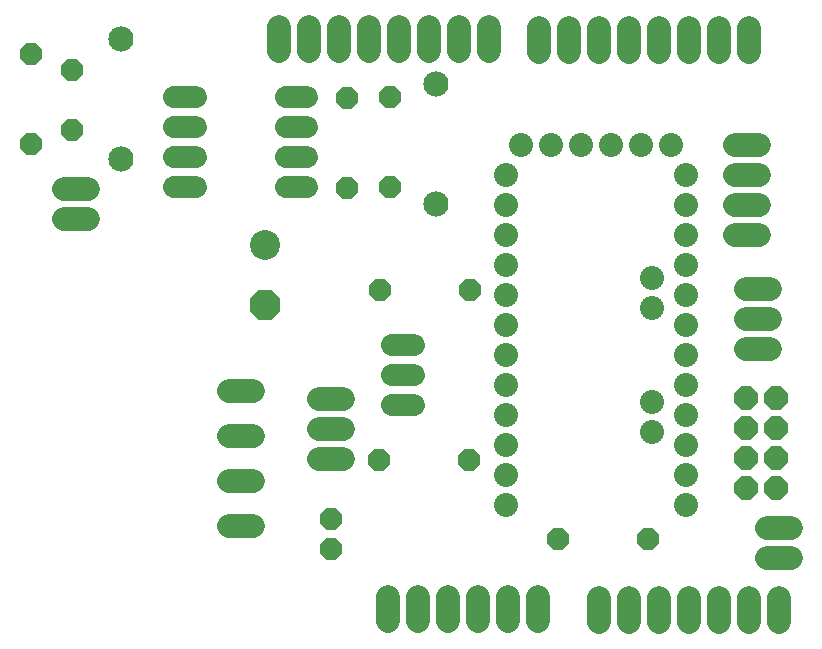
<source format=gbr>
G04 EAGLE Gerber RS-274X export*
G75*
%MOMM*%
%FSLAX34Y34*%
%LPD*%
%INBottom Copper*%
%IPPOS*%
%AMOC8*
5,1,8,0,0,1.08239X$1,22.5*%
G01*
%ADD10P,1.979475X8X112.500000*%
%ADD11P,1.979475X8X292.500000*%
%ADD12C,2.133600*%
%ADD13C,1.828800*%
%ADD14C,2.032000*%
%ADD15C,2.032000*%
%ADD16C,2.540000*%
%ADD17P,2.749271X8X292.500000*%
%ADD18P,2.199416X8X112.500000*%
%ADD19P,1.979475X8X22.500000*%
%ADD20P,1.979475X8X202.500000*%


D10*
X838962Y381762D03*
X838962Y457962D03*
D11*
X571500Y495300D03*
X571500Y419100D03*
D12*
X647700Y406400D03*
X647700Y508000D03*
D13*
X877316Y248412D02*
X895604Y248412D01*
X895604Y197612D02*
X877316Y197612D01*
X877316Y223012D02*
X895604Y223012D01*
D10*
X875284Y382016D03*
X875284Y458216D03*
D14*
X835660Y152400D02*
X815340Y152400D01*
X815340Y177800D02*
X835660Y177800D01*
X835660Y203200D02*
X815340Y203200D01*
D15*
X973074Y392430D03*
X973074Y367030D03*
X973074Y341630D03*
X973074Y316230D03*
X973074Y290830D03*
X973074Y265430D03*
X973074Y240030D03*
X973074Y214630D03*
X973074Y189230D03*
X973074Y163830D03*
X973074Y138430D03*
X973074Y113030D03*
X1125474Y113030D03*
X1125474Y138430D03*
X1125474Y163830D03*
X1125474Y189230D03*
X1125474Y214630D03*
X1125474Y240030D03*
X1125474Y265430D03*
X1125474Y290830D03*
X1125474Y316230D03*
X1125474Y341630D03*
X1125474Y367030D03*
X1125474Y392430D03*
X1096899Y174943D03*
X1096899Y200343D03*
X1096899Y305118D03*
X1096899Y279718D03*
X985774Y417830D03*
X1011174Y417830D03*
X1036574Y417830D03*
X1061974Y417830D03*
X1087374Y417830D03*
X1112774Y417830D03*
D14*
X759460Y95250D02*
X739140Y95250D01*
X739140Y133350D02*
X759460Y133350D01*
X759460Y171450D02*
X739140Y171450D01*
X739140Y209550D02*
X759460Y209550D01*
D11*
X825500Y101600D03*
X825500Y76200D03*
D16*
X769366Y332994D03*
D17*
X769366Y282194D03*
D11*
X606298Y481584D03*
X606298Y430784D03*
D12*
X914400Y368300D03*
X914400Y469900D03*
D18*
X1201674Y127762D03*
X1176274Y127762D03*
X1201674Y153162D03*
X1176274Y153162D03*
X1201674Y178562D03*
X1176274Y178562D03*
X1201674Y203962D03*
X1176274Y203962D03*
D14*
X1194054Y93726D02*
X1214374Y93726D01*
X1214374Y68326D02*
X1194054Y68326D01*
X1196848Y295656D02*
X1176528Y295656D01*
X1176528Y270256D02*
X1196848Y270256D01*
X1196848Y244856D02*
X1176528Y244856D01*
X619760Y381000D02*
X599440Y381000D01*
X599440Y355600D02*
X619760Y355600D01*
X1167384Y341376D02*
X1187704Y341376D01*
X1187704Y366776D02*
X1167384Y366776D01*
X1167384Y392176D02*
X1187704Y392176D01*
X1187704Y417576D02*
X1167384Y417576D01*
D13*
X710692Y458470D02*
X692404Y458470D01*
X692404Y433070D02*
X710692Y433070D01*
X786892Y433070D02*
X805180Y433070D01*
X805180Y458470D02*
X786892Y458470D01*
X710692Y407670D02*
X692404Y407670D01*
X692404Y382270D02*
X710692Y382270D01*
X786892Y407670D02*
X805180Y407670D01*
X805180Y382270D02*
X786892Y382270D01*
D19*
X867156Y295402D03*
X943356Y295402D03*
D20*
X942086Y150876D03*
X865886Y150876D03*
D19*
X1017270Y84328D03*
X1093470Y84328D03*
D14*
X781558Y497332D02*
X781558Y517652D01*
X806958Y517652D02*
X806958Y497332D01*
X832358Y497332D02*
X832358Y517652D01*
X857758Y517652D02*
X857758Y497332D01*
X883158Y497332D02*
X883158Y517652D01*
X908558Y517652D02*
X908558Y497332D01*
X933958Y497332D02*
X933958Y517652D01*
X959358Y517652D02*
X959358Y497332D01*
X1001522Y496570D02*
X1001522Y516890D01*
X1026922Y516890D02*
X1026922Y496570D01*
X1052322Y496570D02*
X1052322Y516890D01*
X1077722Y516890D02*
X1077722Y496570D01*
X1103122Y496570D02*
X1103122Y516890D01*
X1128522Y516890D02*
X1128522Y496570D01*
X1153922Y496570D02*
X1153922Y516890D01*
X1179322Y516890D02*
X1179322Y496570D01*
X1051814Y34798D02*
X1051814Y14478D01*
X1077214Y14478D02*
X1077214Y34798D01*
X1102614Y34798D02*
X1102614Y14478D01*
X1128014Y14478D02*
X1128014Y34798D01*
X1153414Y34798D02*
X1153414Y14478D01*
X1178814Y14478D02*
X1178814Y34798D01*
X1204214Y34798D02*
X1204214Y14478D01*
X873760Y14732D02*
X873760Y35052D01*
X899160Y35052D02*
X899160Y14732D01*
X924560Y14732D02*
X924560Y35052D01*
X949960Y35052D02*
X949960Y14732D01*
X975360Y14732D02*
X975360Y35052D01*
X1000760Y35052D02*
X1000760Y14732D01*
M02*

</source>
